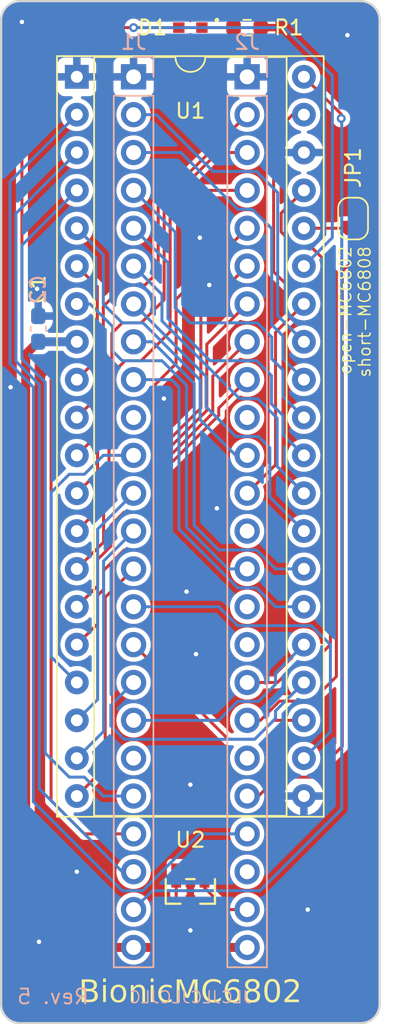
<source format=kicad_pcb>
(kicad_pcb (version 20221018) (generator pcbnew)
  (title_block (title "BionicMC6802") (date "2024-12-04") (rev "5") (company "Tadashi G. Takaoka"))
  (layers (0 "F.Cu" signal) (31 "B.Cu" signal) (34 "B.Paste" user) (35 "F.Paste" user) (36 "B.SilkS" user "B.Silkscreen") (37 "F.SilkS" user "F.Silkscreen") (38 "B.Mask" user) (39 "F.Mask" user) (44 "Edge.Cuts" user))
  (net 0 "")
  (net 1 "VCC")
  (net 2 "GND")
  (net 3 "/P53")
  (net 4 "/P26")
  (net 5 "/P27")
  (net 6 "/P47")
  (net 7 "/P46")
  (net 8 "/P25")
  (net 9 "/P24")
  (net 10 "/P23")
  (net 11 "/P22")
  (net 12 "/P21")
  (net 13 "/P20")
  (net 14 "/P34")
  (net 15 "/P35")
  (net 16 "/P17")
  (net 17 "/P36")
  (net 18 "/P16")
  (net 19 "/P15")
  (net 20 "/P40")
  (net 21 "/P14")
  (net 22 "/P41")
  (net 23 "/P13")
  (net 24 "Net-(D1-K)")
  (net 25 "/P12")
  (net 26 "/P11")
  (net 27 "/P10")
  (net 29 "/P33")
  (net 30 "/P32")
  (net 31 "/P31")
  (net 32 "/P30")
  (net 33 "/P51")
  (net 34 "/P55")
  (net 35 "/P43")
  (net 36 "/P37")
  (net 37 "/P50")
  (net 38 "/P52")
  (net 40 "Net-(J2-P57)")
  (net 42 "/P54")
  (footprint "0-LocalLibrary:DIP-40_W15.24mm_Socket" (layer "F.Cu") (at 106.08 75.08)
    (fp_text reference "U1" (at 7.62 2.286) (layer "F.SilkS"))
    (fp_text value "MC6802P")
    (fp_line (start -1.33 -1.39) (end -1.33 49.65) (stroke (width 0.12)) (layer "F.SilkS"))
    (fp_line (start -1.33 49.65) (end 16.57 49.65) (stroke (width 0.12)) (layer "F.SilkS"))
    (fp_line (start 1.16 -1.33) (end 1.16 49.59) (stroke (width 0.12)) (layer "F.SilkS"))
    (fp_line (start 1.16 49.59) (end 14.08 49.59) (stroke (width 0.12)) (layer "F.SilkS"))
    (fp_line (start 6.62 -1.33) (end 1.16 -1.33) (stroke (width 0.12)) (layer "F.SilkS"))
    (fp_line (start 14.08 -1.33) (end 8.62 -1.33) (stroke (width 0.12)) (layer "F.SilkS"))
    (fp_line (start 14.08 49.59) (end 14.08 -1.33) (stroke (width 0.12)) (layer "F.SilkS"))
    (fp_line (start 16.57 -1.39) (end -1.33 -1.39) (stroke (width 0.12)) (layer "F.SilkS"))
    (fp_line (start 16.57 49.65) (end 16.57 -1.39) (stroke (width 0.12)) (layer "F.SilkS"))
    (fp_arc (start 8.62 -1.33) (mid 7.62 -0.33) (end 6.62 -1.33) (stroke (width 0.12)) (layer "F.SilkS"))
    (pad "1" thru_hole rect locked (at 0 0) (size 1.6 1.6) (drill 0.8) (layers "*.Cu" "*.Mask") (net 2 "GND"))
    (pad "2" thru_hole oval locked (at 0 2.54) (size 1.6 1.6) (drill 0.8) (layers "*.Cu" "*.Mask") (net 34 "/P55"))
    (pad "3" thru_hole oval locked (at 0 5.08) (size 1.6 1.6) (drill 0.8) (layers "*.Cu" "*.Mask") (net 38 "/P52"))
    (pad "4" thru_hole oval locked (at 0 7.62) (size 1.6 1.6) (drill 0.8) (layers "*.Cu" "*.Mask") (net 37 "/P50"))
    (pad "5" thru_hole oval locked (at 0 10.16) (size 1.6 1.6) (drill 0.8) (layers "*.Cu" "*.Mask") (net 20 "/P40"))
    (pad "6" thru_hole oval locked (at 0 12.7) (size 1.6 1.6) (drill 0.8) (layers "*.Cu" "*.Mask") (net 33 "/P51"))
    (pad "7" thru_hole oval locked (at 0 15.24) (size 1.6 1.6) (drill 0.8) (layers "*.Cu" "*.Mask") (net 35 "/P43"))
    (pad "8" thru_hole oval locked (at 0 17.78) (size 1.6 1.6) (drill 0.8) (layers "*.Cu" "*.Mask") (net 1 "VCC"))
    (pad "9" thru_hole oval locked (at 0 20.32) (size 1.6 1.6) (drill 0.8) (layers "*.Cu" "*.Mask") (net 13 "/P20"))
    (pad "10" thru_hole oval locked (at 0 22.86) (size 1.6 1.6) (drill 0.8) (layers "*.Cu" "*.Mask") (net 12 "/P21"))
    (pad "11" thru_hole oval locked (at 0 25.4) (size 1.6 1.6) (drill 0.8) (layers "*.Cu" "*.Mask") (net 11 "/P22"))
    (pad "12" thru_hole oval locked (at 0 27.94) (size 1.6 1.6) (drill 0.8) (layers "*.Cu" "*.Mask") (net 10 "/P23"))
    (pad "13" thru_hole oval locked (at 0 30.48) (size 1.6 1.6) (drill 0.8) (layers "*.Cu" "*.Mask") (net 9 "/P24"))
    (pad "14" thru_hole oval locked (at 0 33.02) (size 1.6 1.6) (drill 0.8) (layers "*.Cu" "*.Mask") (net 8 "/P25"))
    (pad "15" thru_hole oval locked (at 0 35.56) (size 1.6 1.6) (drill 0.8) (layers "*.Cu" "*.Mask") (net 4 "/P26"))
    (pad "16" thru_hole oval locked (at 0 38.1) (size 1.6 1.6) (drill 0.8) (layers "*.Cu" "*.Mask") (net 5 "/P27"))
    (pad "17" thru_hole oval locked (at 0 40.64) (size 1.6 1.6) (drill 0.8) (layers "*.Cu" "*.Mask") (net 32 "/P30"))
    (pad "18" thru_hole oval locked (at 0 43.18) (size 1.6 1.6) (drill 0.8) (layers "*.Cu" "*.Mask") (net 31 "/P31"))
    (pad "19" thru_hole oval locked (at 0 45.72) (size 1.6 1.6) (drill 0.8) (layers "*.Cu" "*.Mask") (net 30 "/P32"))
    (pad "20" thru_hole oval locked (at 0 48.26) (size 1.6 1.6) (drill 0.8) (layers "*.Cu" "*.Mask") (net 29 "/P33"))
    (pad "21" thru_hole oval locked (at 15.24 48.26) (size 1.6 1.6) (drill 0.8) (layers "*.Cu" "*.Mask") (net 2 "GND"))
    (pad "22" thru_hole oval locked (at 15.24 45.72) (size 1.6 1.6) (drill 0.8) (layers "*.Cu" "*.Mask") (net 14 "/P34"))
    (pad "23" thru_hole oval locked (at 15.24 43.18) (size 1.6 1.6) (drill 0.8) (layers "*.Cu" "*.Mask") (net 15 "/P35"))
    (pad "24" thru_hole oval locked (at 15.24 40.64) (size 1.6 1.6) (drill 0.8) (layers "*.Cu" "*.Mask") (net 17 "/P36"))
    (pad "25" thru_hole oval locked (at 15.24 38.1) (size 1.6 1.6) (drill 0.8) (layers "*.Cu" "*.Mask") (net 36 "/P37"))
    (pad "26" thru_hole oval locked (at 15.24 35.56) (size 1.6 1.6) (drill 0.8) (layers "*.Cu" "*.Mask") (net 16 "/P17"))
    (pad "27" thru_hole oval locked (at 15.24 33.02) (size 1.6 1.6) (drill 0.8) (layers "*.Cu" "*.Mask") (net 18 "/P16"))
    (pad "28" thru_hole oval locked (at 15.24 30.48) (size 1.6 1.6) (drill 0.8) (layers "*.Cu" "*.Mask") (net 19 "/P15"))
    (pad "29" thru_hole oval locked (at 15.24 27.94) (size 1.6 1.6) (drill 0.8) (layers "*.Cu" "*.Mask") (net 21 "/P14"))
    (pad "30" thru_hole oval locked (at 15.24 25.4) (size 1.6 1.6) (drill 0.8) (layers "*.Cu" "*.Mask") (net 23 "/P13"))
    (pad "31" thru_hole oval locked (at 15.24 22.86) (size 1.6 1.6) (drill 0.8) (layers "*.Cu" "*.Mask") (net 25 "/P12"))
    (pad "32" thru_hole oval locked (at 15.24 20.32) (size 1.6 1.6) (drill 0.8) (layers "*.Cu" "*.Mask") (net 26 "/P11"))
    (pad "33" thru_hole oval locked (at 15.24 17.78) (size 1.6 1.6) (drill 0.8) (layers "*.Cu" "*.Mask") (net 27 "/P10"))
    (pad "34" thru_hole oval locked (at 15.24 15.24) (size 1.6 1.6) (drill 0.8) (layers "*.Cu" "*.Mask") (net 22 "/P41"))
    (pad "35" thru_hole oval locked (at 15.24 12.7) (size 1.6 1.6) (drill 0.8) (layers "*.Cu" "*.Mask") (net 1 "VCC"))
    (pad "36" thru_hole oval locked (at 15.24 10.16) (size 1.6 1.6) (drill 0.8) (layers "*.Cu" "*.Mask") (net 42 "/P54"))
    (pad "37" thru_hole oval locked (at 15.24 7.62) (size 1.6 1.6) (drill 0.8) (layers "*.Cu" "*.Mask") (net 6 "/P47"))
    (pad "38" thru_hole oval locked (at 15.24 5.08) (size 1.6 1.6) (drill 0.8) (layers "*.Cu" "*.Mask") (net 2 "GND"))
    (pad "39" thru_hole oval locked (at 15.24 2.54) (size 1.6 1.6) (drill 0.8) (layers "*.Cu" "*.Mask") (net 7 "/P46"))
    (pad "40" thru_hole oval locked (at 15.24 0) (size 1.6 1.6) (drill 0.8) (layers "*.Cu" "*.Mask") (net 3 "/P53"))
  )
  (footprint "Capacitor_SMD:C_0603_1608Metric_Pad1.08x0.95mm_HandSolder" (layer "F.Cu") (at 103.4892 91.9975 90)
    (fp_text reference "C1" (at 2.6405 -0.03 90) (layer "F.SilkS"))
    (fp_text value "0.1u")
    (fp_line (start -0.146267 -0.51) (end 0.146267 -0.51) (stroke (width 0.12)) (layer "F.SilkS"))
    (fp_line (start -0.146267 0.51) (end 0.146267 0.51) (stroke (width 0.12)) (layer "F.SilkS"))
    (pad "1" smd roundrect (at -0.8625 0 90) (size 1.075 0.95) (layers "F.Cu" "F.Paste" "F.Mask") (net 1 "VCC"))
    (pad "2" smd roundrect (at 0.8625 0 90) (size 1.075 0.95) (layers "F.Cu" "F.Paste" "F.Mask") (net 2 "GND"))
  )
  (footprint "0-LocalLibrary:SOT-23_MC_MCH-M" (layer "F.Cu") (at 113.7 129.74 180)
    (fp_text reference "U2" (at 0 3.4544 unlocked) (layer "F.SilkS"))
    (fp_text value "11AA010-I/TT")
    (fp_line (start -1.652 -0.827) (end -1.652 0.827) (stroke (width 0.1524)) (layer "F.SilkS"))
    (fp_line (start -0.66294 -0.827) (end -1.652 -0.827) (stroke (width 0.1524)) (layer "F.SilkS"))
    (fp_line (start -0.287061 0.827) (end 0.287061 0.827) (stroke (width 0.1524)) (layer "F.SilkS"))
    (fp_line (start 1.652 -0.827) (end 0.66294 -0.827) (stroke (width 0.1524)) (layer "F.SilkS"))
    (fp_line (start 1.652 0.827) (end 1.652 -0.827) (stroke (width 0.1524)) (layer "F.SilkS"))
    (pad "1" smd rect (at -0.950001 1.066 180) (size 0.6604 1.6256) (layers "F.Cu" "F.Paste" "F.Mask") (net 40 "Net-(J2-P57)"))
    (pad "2" smd rect (at 0.950001 1.066 180) (size 0.6604 1.6256) (layers "F.Cu" "F.Paste" "F.Mask") (net 1 "VCC"))
    (pad "3" smd rect (at 0 -1.066 180) (size 0.6604 1.6256) (layers "F.Cu" "F.Paste" "F.Mask") (net 2 "GND"))
  )
  (footprint "Resistor_SMD:R_0603_1608Metric_Pad0.98x0.95mm_HandSolder" (layer "F.Cu") (at 117.51 71.778)
    (fp_text reference "R1" (at 2.794 0) (layer "F.SilkS"))
    (fp_text value "1.6k")
    (fp_line (start -0.254724 -0.5225) (end 0.254724 -0.5225) (stroke (width 0.12)) (layer "F.SilkS"))
    (fp_line (start -0.254724 0.5225) (end 0.254724 0.5225) (stroke (width 0.12)) (layer "F.SilkS"))
    (pad "1" smd roundrect (at -0.9125 0) (size 0.975 0.95) (layers "F.Cu" "F.Paste" "F.Mask") (net 24 "Net-(D1-K)"))
    (pad "2" smd roundrect (at 0.9125 0) (size 0.975 0.95) (layers "F.Cu" "F.Paste" "F.Mask") (net 2 "GND"))
  )
  (footprint "0-LocalLibrary:SolderJumper-2_P1.3mm_Open_RoundedPad1.0x1.5mm" (layer "F.Cu") (at 124.622 84.59 90)
    (fp_text reference "JP1" (at 3.414 0 90) (layer "F.SilkS"))
    (fp_text value "RAM_disable")
    (fp_line (start -1.4 0.3) (end -1.4 -0.3) (stroke (width 0.12)) (layer "F.SilkS"))
    (fp_line (start -0.7 -1) (end 0.7 -1) (stroke (width 0.12)) (layer "F.SilkS"))
    (fp_line (start 0.7 1) (end -0.7 1) (stroke (width 0.12)) (layer "F.SilkS"))
    (fp_line (start 1.4 -0.3) (end 1.4 0.3) (stroke (width 0.12)) (layer "F.SilkS"))
    (fp_arc (start -1.4 -0.3) (mid -1.194975 -0.794975) (end -0.7 -1) (stroke (width 0.12)) (layer "F.SilkS"))
    (fp_arc (start -0.7 1) (mid -1.194975 0.794975) (end -1.4 0.3) (stroke (width 0.12)) (layer "F.SilkS"))
    (fp_arc (start 0.7 -1) (mid 1.194975 -0.794975) (end 1.4 -0.3) (stroke (width 0.12)) (layer "F.SilkS"))
    (fp_arc (start 1.4 0.3) (mid 1.194975 0.794975) (end 0.7 1) (stroke (width 0.12)) (layer "F.SilkS"))
    (pad "1" smd custom (at -0.65 0 90) (size 1 0.5) (layers "F.Cu" "F.Mask") (net 42 "/P54") (options (clearance outline) (anchor rect)) (primitives (gr_circle (center 0 0.25) (end 0.5 0.25) (width 0) (fill yes)) (gr_circle (center 0 -0.25) (end 0.5 -0.25) (width 0) (fill yes)) (gr_poly (pts (xy 0.5 0.75) (xy 0 0.75) (xy 0 -0.75) (xy 0.5 -0.75)) (width 0) (fill yes))))
    (pad "2" smd custom (at 0.65 0 90) (size 1 0.5) (layers "F.Cu" "F.Mask") (net 2 "GND") (options (clearance outline) (anchor rect)) (primitives (gr_circle (center 0 0.25) (end 0.5 0.25) (width 0) (fill yes)) (gr_circle (center 0 -0.25) (end 0.5 -0.25) (width 0) (fill yes)) (gr_poly (pts (xy 0 0.75) (xy -0.5 0.75) (xy -0.5 -0.75) (xy 0 -0.75)) (width 0) (fill yes))))
  )
  (footprint "0-LocalLibrary:LED_CSL1901UW1_ROM" (layer "F.Cu") (at 113.7 71.778 180)
    (fp_text reference "D1" (at 2.54 0 unlocked) (layer "F.SilkS"))
    (fp_text value "CSL1901UW1")
    (fp_circle (center -1.778 0.508) (end -1.7018 0.508) (stroke (width 0.1524)) (fill none) (layer "F.SilkS"))
    (pad "1" smd rect (at -0.7747 0 180) (size 0.762 0.7112) (layers "F.Cu" "F.Paste" "F.Mask") (net 24 "Net-(D1-K)"))
    (pad "2" smd rect (at 0.7747 0 180) (size 0.762 0.7112) (layers "F.Cu" "F.Paste" "F.Mask") (net 1 "VCC"))
    (zone (net 0) (net_name "") (layer "F.Cu") (connect_pads (clearance 0)) (min_thickness 0.254)
      (keepout (tracks not_allowed) (vias not_allowed) (pads allowed) (copperpour not_allowed) (footprints allowed))
      (fill (thermal_gap 0.508) (thermal_bridge_width 0.508))
      (polygon (pts (xy 114.0429 72.1336) (xy 113.3571 72.1336) (xy 113.3571 71.4224) (xy 114.0429 71.4224)))
    )
  )
  (footprint "Capacitor_SMD:C_0603_1608Metric_Pad1.08x0.95mm_HandSolder" (layer "B.Cu") (at 103.4892 91.9953 90)
    (fp_text reference "C2" (at 2.6405 0 90) (layer "B.SilkS") (effects (justify mirror)))
    (fp_text value "22u")
    (fp_line (start -0.146267 -0.51) (end 0.146267 -0.51) (stroke (width 0.12)) (layer "B.SilkS"))
    (fp_line (start -0.146267 0.51) (end 0.146267 0.51) (stroke (width 0.12)) (layer "B.SilkS"))
    (pad "1" smd roundrect (at -0.8625 0 90) (size 1.075 0.95) (layers "B.Cu" "B.Paste" "B.Mask") (net 1 "VCC"))
    (pad "2" smd roundrect (at 0.8625 0 90) (size 1.075 0.95) (layers "B.Cu" "B.Paste" "B.Mask") (net 2 "GND"))
  )
  (footprint "0-LocalLibrary:Bionic-P245_Vertical" (layer "B.Cu") (at 117.51 75.08 180)
    (fp_text reference "J2" (at 0 2.33) (layer "B.SilkS") (effects (justify mirror)))
    (fp_text value "Bionic-P245")
    (fp_line (start -1.33 -59.75) (end 1.33 -59.75) (stroke (width 0.12)) (layer "B.SilkS"))
    (fp_line (start -1.33 -1.27) (end -1.33 -59.75) (stroke (width 0.12)) (layer "B.SilkS"))
    (fp_line (start -1.33 -1.27) (end 1.33 -1.27) (stroke (width 0.12)) (layer "B.SilkS"))
    (fp_line (start -1.33 0) (end -1.33 1.33) (stroke (width 0.12)) (layer "B.SilkS"))
    (fp_line (start -1.33 1.33) (end 0 1.33) (stroke (width 0.12)) (layer "B.SilkS"))
    (fp_line (start 1.33 -1.27) (end 1.33 -59.75) (stroke (width 0.12)) (layer "B.SilkS"))
    (pad "25" thru_hole oval locked (at 0 -58.42 180) (size 1.7 1.7) (drill 1) (layers "*.Cu" "*.Mask") (net 1 "VCC"))
    (pad "26" thru_hole oval locked (at 0 -55.88 180) (size 1.7 1.7) (drill 1) (layers "*.Cu" "*.Mask") (net 40 "Net-(J2-P57)"))
    (pad "27" thru_hole oval locked (at 0 -53.34 180) (size 1.7 1.7) (drill 1) (layers "*.Cu" "*.Mask"))
    (pad "28" thru_hole oval locked (at 0 -50.8 180) (size 1.7 1.7) (drill 1) (layers "*.Cu" "*.Mask") (net 34 "/P55"))
    (pad "29" thru_hole oval locked (at 0 -48.26 180) (size 1.7 1.7) (drill 1) (layers "*.Cu" "*.Mask") (net 42 "/P54"))
    (pad "30" thru_hole oval locked (at 0 -45.72 180) (size 1.7 1.7) (drill 1) (layers "*.Cu" "*.Mask"))
    (pad "31" thru_hole oval locked (at 0 -43.18 180) (size 1.7 1.7) (drill 1) (layers "*.Cu" "*.Mask") (net 6 "/P47"))
    (pad "32" thru_hole oval locked (at 0 -40.64 180) (size 1.7 1.7) (drill 1) (layers "*.Cu" "*.Mask") (net 7 "/P46"))
    (pad "33" thru_hole oval locked (at 0 -38.1 180) (size 1.7 1.7) (drill 1) (layers "*.Cu" "*.Mask"))
    (pad "34" thru_hole oval locked (at 0 -35.56 180) (size 1.7 1.7) (drill 1) (layers "*.Cu" "*.Mask"))
    (pad "35" thru_hole oval locked (at 0 -33.02 180) (size 1.7 1.7) (drill 1) (layers "*.Cu" "*.Mask") (net 35 "/P43"))
    (pad "36" thru_hole oval locked (at 0 -30.48 180) (size 1.7 1.7) (drill 1) (layers "*.Cu" "*.Mask"))
    (pad "37" thru_hole oval locked (at 0 -27.94 180) (size 1.7 1.7) (drill 1) (layers "*.Cu" "*.Mask") (net 22 "/P41"))
    (pad "38" thru_hole oval locked (at 0 -25.4 180) (size 1.7 1.7) (drill 1) (layers "*.Cu" "*.Mask") (net 20 "/P40"))
    (pad "39" thru_hole oval locked (at 0 -22.86 180) (size 1.7 1.7) (drill 1) (layers "*.Cu" "*.Mask"))
    (pad "40" thru_hole oval locked (at 0 -20.32 180) (size 1.7 1.7) (drill 1) (layers "*.Cu" "*.Mask") (net 5 "/P27"))
    (pad "41" thru_hole oval locked (at 0 -17.78 180) (size 1.7 1.7) (drill 1) (layers "*.Cu" "*.Mask") (net 4 "/P26"))
    (pad "42" thru_hole oval locked (at 0 -15.24 180) (size 1.7 1.7) (drill 1) (layers "*.Cu" "*.Mask") (net 8 "/P25"))
    (pad "43" thru_hole oval locked (at 0 -12.7 180) (size 1.7 1.7) (drill 1) (layers "*.Cu" "*.Mask") (net 9 "/P24"))
    (pad "44" thru_hole oval locked (at 0 -10.16 180) (size 1.7 1.7) (drill 1) (layers "*.Cu" "*.Mask") (net 10 "/P23"))
    (pad "45" thru_hole oval locked (at 0 -7.62 180) (size 1.7 1.7) (drill 1) (layers "*.Cu" "*.Mask") (net 11 "/P22"))
    (pad "46" thru_hole oval locked (at 0 -5.08 180) (size 1.7 1.7) (drill 1) (layers "*.Cu" "*.Mask") (net 12 "/P21"))
    (pad "47" thru_hole oval locked (at 0 -2.54 180) (size 1.7 1.7) (drill 1) (layers "*.Cu" "*.Mask") (net 13 "/P20"))
    (pad "48" thru_hole rect locked (at 0 0 180) (size 1.7 1.7) (drill 1) (layers "*.Cu" "*.Mask") (net 2 "GND"))
  )
  (footprint "0-LocalLibrary:Bionic-P135_Vertical" (layer "B.Cu") (at 109.89 75.08 180)
    (fp_text reference "J1" (at 0 2.33) (layer "B.SilkS") (effects (justify mirror)))
    (fp_text value "Bionic-P135")
    (fp_line (start -1.33 -59.75) (end 1.33 -59.75) (stroke (width 0.12)) (layer "B.SilkS"))
    (fp_line (start -1.33 -1.27) (end -1.33 -59.75) (stroke (width 0.12)) (layer "B.SilkS"))
    (fp_line (start -1.33 -1.27) (end 1.33 -1.27) (stroke (width 0.12)) (layer "B.SilkS"))
    (fp_line (start -1.33 0) (end -1.33 1.33) (stroke (width 0.12)) (layer "B.SilkS"))
    (fp_line (start -1.33 1.33) (end 0 1.33) (stroke (width 0.12)) (layer "B.SilkS"))
    (fp_line (start 1.33 -1.27) (end 1.33 -59.75) (stroke (width 0.12)) (layer "B.SilkS"))
    (pad "1" thru_hole rect locked (at 0 0 180) (size 1.7 1.7) (drill 1) (layers "*.Cu" "*.Mask") (net 2 "GND"))
    (pad "2" thru_hole oval locked (at 0 -2.54 180) (size 1.7 1.7) (drill 1) (layers "*.Cu" "*.Mask") (net 27 "/P10"))
    (pad "3" thru_hole oval locked (at 0 -5.08 180) (size 1.7 1.7) (drill 1) (layers "*.Cu" "*.Mask") (net 26 "/P11"))
    (pad "4" thru_hole oval locked (at 0 -7.62 180) (size 1.7 1.7) (drill 1) (layers "*.Cu" "*.Mask") (net 25 "/P12"))
    (pad "5" thru_hole oval locked (at 0 -10.16 180) (size 1.7 1.7) (drill 1) (layers "*.Cu" "*.Mask") (net 23 "/P13"))
    (pad "6" thru_hole oval locked (at 0 -12.7 180) (size 1.7 1.7) (drill 1) (layers "*.Cu" "*.Mask") (net 21 "/P14"))
    (pad "7" thru_hole oval locked (at 0 -15.24 180) (size 1.7 1.7) (drill 1) (layers "*.Cu" "*.Mask") (net 19 "/P15"))
    (pad "8" thru_hole oval locked (at 0 -17.78 180) (size 1.7 1.7) (drill 1) (layers "*.Cu" "*.Mask") (net 18 "/P16"))
    (pad "9" thru_hole oval locked (at 0 -20.32 180) (size 1.7 1.7) (drill 1) (layers "*.Cu" "*.Mask") (net 16 "/P17"))
    (pad "10" thru_hole oval locked (at 0 -22.86 180) (size 1.7 1.7) (drill 1) (layers "*.Cu" "*.Mask"))
    (pad "11" thru_hole oval locked (at 0 -25.4 180) (size 1.7 1.7) (drill 1) (layers "*.Cu" "*.Mask") (net 32 "/P30"))
    (pad "12" thru_hole oval locked (at 0 -27.94 180) (size 1.7 1.7) (drill 1) (layers "*.Cu" "*.Mask") (net 31 "/P31"))
    (pad "13" thru_hole oval locked (at 0 -30.48 180) (size 1.7 1.7) (drill 1) (layers "*.Cu" "*.Mask") (net 30 "/P32"))
    (pad "14" thru_hole oval locked (at 0 -33.02 180) (size 1.7 1.7) (drill 1) (layers "*.Cu" "*.Mask") (net 29 "/P33"))
    (pad "15" thru_hole oval locked (at 0 -35.56 180) (size 1.7 1.7) (drill 1) (layers "*.Cu" "*.Mask") (net 14 "/P34"))
    (pad "16" thru_hole oval locked (at 0 -38.1 180) (size 1.7 1.7) (drill 1) (layers "*.Cu" "*.Mask") (net 15 "/P35"))
    (pad "17" thru_hole oval locked (at 0 -40.64 180) (size 1.7 1.7) (drill 1) (layers "*.Cu" "*.Mask") (net 17 "/P36"))
    (pad "18" thru_hole oval locked (at 0 -43.18 180) (size 1.7 1.7) (drill 1) (layers "*.Cu" "*.Mask") (net 36 "/P37"))
    (pad "19" thru_hole oval locked (at 0 -45.72 180) (size 1.7 1.7) (drill 1) (layers "*.Cu" "*.Mask"))
    (pad "20" thru_hole oval locked (at 0 -48.26 180) (size 1.7 1.7) (drill 1) (layers "*.Cu" "*.Mask") (net 37 "/P50"))
    (pad "21" thru_hole oval locked (at 0 -50.8 180) (size 1.7 1.7) (drill 1) (layers "*.Cu" "*.Mask") (net 33 "/P51"))
    (pad "22" thru_hole oval locked (at 0 -53.34 180) (size 1.7 1.7) (drill 1) (layers "*.Cu" "*.Mask") (net 38 "/P52"))
    (pad "23" thru_hole oval locked (at 0 -55.88 180) (size 1.7 1.7) (drill 1) (layers "*.Cu" "*.Mask") (net 3 "/P53"))
    (pad "24" thru_hole oval locked (at 0 -58.42 180) (size 1.7 1.7) (drill 1) (layers "*.Cu" "*.Mask") (net 1 "VCC"))
  )
  (gr_line (start 126.4 137.31) (end 126.4 71.27) (stroke (width 0.15)) (layer "Edge.Cuts"))
  (gr_line (start 102.27 138.58) (end 125.13 138.58) (stroke (width 0.15)) (layer "Edge.Cuts"))
  (gr_arc (start 101 71.27) (mid 101.371974 70.371974) (end 102.27 70) (stroke (width 0.15)) (layer "Edge.Cuts"))
  (gr_line (start 125.13 70) (end 102.27 70) (stroke (width 0.15)) (layer "Edge.Cuts"))
  (gr_arc (start 125.13 70) (mid 126.028026 70.371974) (end 126.4 71.27) (stroke (width 0.15)) (layer "Edge.Cuts"))
  (gr_arc (start 126.4 137.31) (mid 126.028026 138.208026) (end 125.13 138.58) (stroke (width 0.15)) (layer "Edge.Cuts"))
  (gr_line (start 101 71.27) (end 101 137.31) (stroke (width 0.15)) (layer "Edge.Cuts"))
  (gr_arc (start 102.27 138.58) (mid 101.371974 138.208026) (end 101 137.31) (stroke (width 0.15)) (layer "Edge.Cuts"))
  (gr_text "JLCJLCJLCJLC" (at 113.7 137.31) (layer "B.SilkS") (effects (font (size 0.8 0.8)) (justify bottom mirror)))
  (gr_text "Rev. 5" (at 106.969 136.802) (layer "B.SilkS") (effects (font (size 1 1)) (justify left mirror)))
  (gr_text "BionicMC6802" (at 113.7 136.548) (layer "F.SilkS") (effects (font (size 1.5 1.5))))
  (gr_text "open-MC6802\nshort-MC6808" (at 124.749 86.383 90) (layer "F.SilkS") (effects (font (size 0.8 0.8) (thickness 0.1)) (justify right)))
  (segment (start 102.397 74.191) (end 104.81 71.778) (width 0.2) (layer "F.Cu") (net 1))
  (segment (start 103.487 92.86) (end 102.651 93.696) (width 0.6) (layer "F.Cu") (net 1))
  (segment (start 103.54 92.843) (end 103.54 92.7065) (width 0.2) (layer "F.Cu") (net 1))
  (segment (start 108.687919 133.5) (end 109.89 133.5) (width 0.6) (layer "F.Cu") (net 1))
  (segment (start 104.81 71.778) (end 112.9253 71.778) (width 0.2) (layer "F.Cu") (net 1))
  (segment (start 102.397 93.442) (end 102.397 74.191) (width 0.2) (layer "F.Cu") (net 1))
  (segment (start 112.749999 128.674) (end 112.749999 133.438999) (width 0.2) (layer "F.Cu") (net 1))
  (segment (start 103.4892 92.86) (end 103.487 92.86) (width 0.8) (layer "F.Cu") (net 1))
  (segment (start 117.51 133.5) (end 109.89 133.5) (width 0.6) (layer "F.Cu") (net 1))
  (segment (start 102.651 127.463081) (end 108.687919 133.5) (width 0.6) (layer "F.Cu") (net 1))
  (segment (start 102.651 93.696) (end 102.651 127.463081) (width 0.6) (layer "F.Cu") (net 1))
  (segment (start 103.557 92.86) (end 103.54 92.843) (width 0.2) (layer "F.Cu") (net 1))
  (segment (start 102.651 93.696) (end 102.397 93.442) (width 0.2) (layer "F.Cu") (net 1))
  (segment (start 106.08 92.86) (end 103.4892 92.86) (width 0.6) (layer "F.Cu") (net 1))
  (via (at 109.89 71.778) (size 0.6) (drill 0.3) (layers "F.Cu" "B.Cu") (net 1))
  (segment (start 120.002317 71.778) (end 116.24 71.778) (width 0.2) (layer "B.Cu") (net 1))
  (segment (start 106.08 92.86) (end 103.4914 92.86) (width 0.6) (layer "B.Cu") (net 1))
  (segment (start 116.462365 71.778) (end 109.89 71.778) (width 0.2) (layer "B.Cu") (net 1))
  (segment (start 121.32 87.78) (end 123.225 85.875) (width 0.2) (layer "B.Cu") (net 1))
  (segment (start 123.225 85.875) (end 123.225 75.000683) (width 0.2) (layer "B.Cu") (net 1))
  (segment (start 123.225 75.000683) (end 120.002317 71.778) (width 0.2) (layer "B.Cu") (net 1))
  (segment (start 103.4914 92.86) (end 103.4892 92.8578) (width 0.8) (layer "B.Cu") (net 1))
  (via (at 103.413 89.304) (size 0.6) (drill 0.3) (layers "F.Cu" "B.Cu") (net 2))
  (via (at 111.922 96.67) (size 0.6) (drill 0.3) (layers "F.Cu" "B.Cu") (net 2))
  (via (at 106.08 128.42) (size 0.6) (drill 0.3) (layers "F.Cu" "B.Cu") (net 2))
  (via (at 121.574 130.96) (size 0.6) (drill 0.3) (layers "F.Cu" "B.Cu") (net 2))
  (via (at 101.635 95.908) (size 0.6) (drill 0.3) (layers "F.Cu" "B.Cu") (net 2))
  (via (at 115.478 104.036) (size 0.6) (drill 0.3) (layers "F.Cu" "B.Cu") (net 2))
  (via (at 114.97 89.05) (size 0.6) (drill 0.3) (layers "F.Cu" "B.Cu") (net 2))
  (via (at 114.081 113.815) (size 0.6) (drill 0.3) (layers "F.Cu" "B.Cu") (net 2))
  (via (at 113.7 122.578) (size 0.6) (drill 0.3) (layers "F.Cu" "B.Cu") (net 2))
  (via (at 102.397 71.397) (size 0.6) (drill 0.3) (layers "F.Cu" "B.Cu") (net 2))
  (via (at 103.54 133.119) (size 0.6) (drill 0.3) (layers "F.Cu" "B.Cu") (net 2))
  (via (at 113.7 132.357) (size 0.6) (drill 0.3) (layers "F.Cu" "B.Cu") (net 2))
  (via (at 114.335 85.875) (size 0.6) (drill 0.3) (layers "F.Cu" "B.Cu") (net 2))
  (via (at 124.241 72.286) (size 0.6) (drill 0.3) (layers "F.Cu" "B.Cu") (net 2))
  (via (at 113.446 109.624) (size 0.6) (drill 0.3) (layers "F.Cu" "B.Cu") (net 2))
  (segment (start 121.32 80.16) (end 119.288 80.16) (width 0.2) (layer "B.Cu") (net 2))
  (segment (start 121.32 80.16) (end 122.717 80.16) (width 0.2) (layer "B.Cu") (net 2))
  (segment (start 123.825 77.874) (end 123.825 77.585) (width 0.2) (layer "F.Cu") (net 3))
  (segment (start 123.825 77.585) (end 121.32 75.08) (width 0.2) (layer "F.Cu") (net 3))
  (via (at 123.825 77.874) (size 0.6) (drill 0.3) (layers "F.Cu" "B.Cu") (net 3))
  (segment (start 118.3736 129.69) (end 111.16 129.69) (width 0.2) (layer "B.Cu") (net 3))
  (segment (start 123.825 77.874) (end 123.86 77.909) (width 0.2) (layer "B.Cu") (net 3))
  (segment (start 111.16 129.69) (end 109.89 130.96) (width 0.2) (layer "B.Cu") (net 3))
  (segment (start 123.86 124.2036) (end 118.3736 129.69) (width 0.2) (layer "B.Cu") (net 3))
  (segment (start 123.86 77.909) (end 123.86 124.2036) (width 0.2) (layer "B.Cu") (net 3))
  (segment (start 110.525 104.29) (end 111.522 103.293) (width 0.2) (layer "F.Cu") (net 4))
  (segment (start 109.255 104.29) (end 110.525 104.29) (width 0.2) (layer "F.Cu") (net 4))
  (segment (start 108.366 105.179) (end 109.255 104.29) (width 0.2) (layer "F.Cu") (net 4))
  (segment (start 111.522 101.318686) (end 115.205 97.635686) (width 0.2) (layer "F.Cu") (net 4))
  (segment (start 107.477 109.243) (end 107.477 107.465) (width 0.2) (layer "F.Cu") (net 4))
  (segment (start 115.205 95.165) (end 117.51 92.86) (width 0.2) (layer "F.Cu") (net 4))
  (segment (start 106.08 110.64) (end 107.477 109.243) (width 0.2) (layer "F.Cu") (net 4))
  (segment (start 108.366 106.576) (end 108.366 105.179) (width 0.2) (layer "F.Cu") (net 4))
  (segment (start 115.205 97.635686) (end 115.205 95.165) (width 0.2) (layer "F.Cu") (net 4))
  (segment (start 107.477 107.465) (end 108.366 106.576) (width 0.2) (layer "F.Cu") (net 4))
  (segment (start 111.522 103.293) (end 111.522 101.318686) (width 0.2) (layer "F.Cu") (net 4))
  (segment (start 111.922 101.484371) (end 115.605 97.801371) (width 0.2) (layer "F.Cu") (net 5))
  (segment (start 115.605 97.305) (end 117.51 95.4) (width 0.2) (layer "F.Cu") (net 5))
  (segment (start 109.255 106.83) (end 110.652 106.83) (width 0.2) (layer "F.Cu") (net 5))
  (segment (start 107.877 109.478) (end 107.877 108.208) (width 0.2) (layer "F.Cu") (net 5))
  (segment (start 107.477 109.878) (end 107.877 109.478) (width 0.2) (layer "F.Cu") (net 5))
  (segment (start 107.877 108.208) (end 109.255 106.83) (width 0.2) (layer "F.Cu") (net 5))
  (segment (start 115.605 97.801371) (end 115.605 97.305) (width 0.2) (layer "F.Cu") (net 5))
  (segment (start 107.477 111.783) (end 107.477 109.878) (width 0.2) (layer "F.Cu") (net 5))
  (segment (start 110.652 106.83) (end 111.922 105.56) (width 0.2) (layer "F.Cu") (net 5))
  (segment (start 111.922 105.56) (end 111.922 101.484371) (width 0.2) (layer "F.Cu") (net 5))
  (segment (start 106.08 113.18) (end 107.477 111.783) (width 0.2) (layer "F.Cu") (net 5))
  (segment (start 123.498 88.18) (end 121.828 86.51) (width 0.2) (layer "F.Cu") (net 6))
  (segment (start 117.51 118.26) (end 118.399 118.26) (width 0.2) (layer "F.Cu") (net 6))
  (segment (start 120.812 86.51) (end 119.796 85.494) (width 0.2) (layer "F.Cu") (net 6))
  (segment (start 121.847 116.971) (end 123.498 115.32) (width 0.2) (layer "F.Cu") (net 6))
  (segment (start 123.498 115.32) (end 123.498 88.18) (width 0.2) (layer "F.Cu") (net 6))
  (segment (start 119.796 85.494) (end 119.796 84.224) (width 0.2) (layer "F.Cu") (net 6))
  (segment (start 119.796 84.224) (end 121.32 82.7) (width 0.2) (layer "F.Cu") (net 6))
  (segment (start 118.399 118.26) (end 119.688 116.971) (width 0.2) (layer "F.Cu") (net 6))
  (segment (start 119.688 116.971) (end 121.847 116.971) (width 0.2) (layer "F.Cu") (net 6))
  (segment (start 121.828 86.51) (end 120.812 86.51) (width 0.2) (layer "F.Cu") (net 6))
  (segment (start 120.7485 114.5135) (end 119.542 115.72) (width 0.2) (layer "F.Cu") (net 7))
  (segment (start 120.177 89.05) (end 121.809 89.05) (width 0.2) (layer "F.Cu") (net 7))
  (segment (start 120.558 77.62) (end 119.288 78.89) (width 0.2) (layer "F.Cu") (net 7))
  (segment (start 121.7645 114.5135) (end 120.7485 114.5135) (width 0.2) (layer "F.Cu") (net 7))
  (segment (start 121.809 89.05) (end 123.098 90.339) (width 0.2) (layer "F.Cu") (net 7))
  (segment (start 123.098 113.18) (end 121.7645 114.5135) (width 0.2) (layer "F.Cu") (net 7))
  (segment (start 119.288 78.89) (end 119.288 88.161) (width 0.2) (layer "F.Cu") (net 7))
  (segment (start 119.288 88.161) (end 120.177 89.05) (width 0.2) (layer "F.Cu") (net 7))
  (segment (start 119.542 115.72) (end 117.51 115.72) (width 0.2) (layer "F.Cu") (net 7))
  (segment (start 121.32 77.62) (end 120.558 77.62) (width 0.2) (layer "F.Cu") (net 7))
  (segment (start 123.098 90.339) (end 123.098 113.18) (width 0.2) (layer "F.Cu") (net 7))
  (segment (start 106.08 108.1) (end 107.877 106.303) (width 0.2) (layer "F.Cu") (net 8))
  (segment (start 107.877 106.303) (end 107.877 103.128) (width 0.2) (layer "F.Cu") (net 8))
  (segment (start 107.877 103.128) (end 109.255 101.75) (width 0.2) (layer "F.Cu") (net 8))
  (segment (start 110.525 101.75) (end 114.805 97.47) (width 0.2) (layer "F.Cu") (net 8))
  (segment (start 114.805 93.025) (end 117.51 90.32) (width 0.2) (layer "F.Cu") (net 8))
  (segment (start 109.255 101.75) (end 110.525 101.75) (width 0.2) (layer "F.Cu") (net 8))
  (segment (start 114.805 97.47) (end 114.805 93.025) (width 0.2) (layer "F.Cu") (net 8))
  (segment (start 109.128 99.21) (end 108.239 100.099) (width 0.2) (layer "F.Cu") (net 9))
  (segment (start 107.477 104.163) (end 106.08 105.56) (width 0.2) (layer "F.Cu") (net 9))
  (segment (start 107.477 102.385) (end 107.477 104.163) (width 0.2) (layer "F.Cu") (net 9))
  (segment (start 108.239 100.099) (end 108.239 101.623) (width 0.2) (layer "F.Cu") (net 9))
  (segment (start 114.405 90.885) (end 114.405 97.304314) (width 0.2) (layer "F.Cu") (net 9))
  (segment (start 117.51 87.78) (end 114.405 90.885) (width 0.2) (layer "F.Cu") (net 9))
  (segment (start 112.499314 99.21) (end 109.128 99.21) (width 0.2) (layer "F.Cu") (net 9))
  (segment (start 108.239 101.623) (end 107.477 102.385) (width 0.2) (layer "F.Cu") (net 9))
  (segment (start 114.405 97.304314) (end 112.499314 99.21) (width 0.2) (layer "F.Cu") (net 9))
  (segment (start 107.477 101.623) (end 107.477 100.099) (width 0.2) (layer "F.Cu") (net 10))
  (segment (start 110.398 96.67) (end 112.741 94.327) (width 0.2) (layer "F.Cu") (net 10))
  (segment (start 108.366 97.686) (end 109.382 96.67) (width 0.2) (layer "F.Cu") (net 10))
  (segment (start 112.741 90.009) (end 117.51 85.24) (width 0.2) (layer "F.Cu") (net 10))
  (segment (start 108.366 99.21) (end 108.366 97.686) (width 0.2) (layer "F.Cu") (net 10))
  (segment (start 106.08 103.02) (end 107.477 101.623) (width 0.2) (layer "F.Cu") (net 10))
  (segment (start 107.477 100.099) (end 108.366 99.21) (width 0.2) (layer "F.Cu") (net 10))
  (segment (start 112.741 94.327) (end 112.741 90.009) (width 0.2) (layer "F.Cu") (net 10))
  (segment (start 109.382 96.67) (end 110.398 96.67) (width 0.2) (layer "F.Cu") (net 10))
  (segment (start 113.7 82.7) (end 117.51 82.7) (width 0.2) (layer "F.Cu") (net 11))
  (segment (start 110.398 94.13) (end 112.341 92.187) (width 0.2) (layer "F.Cu") (net 11))
  (segment (start 107.966 98.594) (end 107.966 95.4825) (width 0.2) (layer "F.Cu") (net 11))
  (segment (start 112.341 92.187) (end 112.341 84.059) (width 0.2) (layer "F.Cu") (net 11))
  (segment (start 112.341 84.059) (end 113.7 82.7) (width 0.2) (layer "F.Cu") (net 11))
  (segment (start 107.966 95.4825) (end 109.3185 94.13) (width 0.2) (layer "F.Cu") (net 11))
  (segment (start 106.08 100.48) (end 107.966 98.594) (width 0.2) (layer "F.Cu") (net 11))
  (segment (start 109.3185 94.13) (end 110.398 94.13) (width 0.2) (layer "F.Cu") (net 11))
  (segment (start 109.128 91.59) (end 108.4295 92.2885) (width 0.2) (layer "F.Cu") (net 12))
  (segment (start 111.941 83.754686) (end 111.941 90.047) (width 0.2) (layer "F.Cu") (net 12))
  (segment (start 117.51 80.16) (end 115.535686 80.16) (width 0.2) (layer "F.Cu") (net 12))
  (segment (start 108.4295 93.9395) (end 107.477 94.892) (width 0.2) (layer "F.Cu") (net 12))
  (segment (start 110.398 91.59) (end 109.128 91.59) (width 0.2) (layer "F.Cu") (net 12))
  (segment (start 108.4295 92.2885) (end 108.4295 93.9395) (width 0.2) (layer "F.Cu") (net 12))
  (segment (start 111.941 90.047) (end 110.398 91.59) (width 0.2) (layer "F.Cu") (net 12))
  (segment (start 107.477 94.892) (end 107.477 96.543) (width 0.2) (layer "F.Cu") (net 12))
  (segment (start 107.477 96.543) (end 106.08 97.94) (width 0.2) (layer "F.Cu") (net 12))
  (segment (start 115.535686 80.16) (end 111.941 83.754686) (width 0.2) (layer "F.Cu") (net 12))
  (segment (start 110.652 89.05) (end 111.541 88.161) (width 0.2) (layer "F.Cu") (net 13))
  (segment (start 107.858 93.622) (end 107.858 90.485654) (width 0.2) (layer "F.Cu") (net 13))
  (segment (start 111.541 88.161) (end 111.541 83.589) (width 0.2) (layer "F.Cu") (net 13))
  (segment (start 106.08 95.4) (end 107.858 93.622) (width 0.2) (layer "F.Cu") (net 13))
  (segment (start 111.541 83.589) (end 117.51 77.62) (width 0.2) (layer "F.Cu") (net 13))
  (segment (start 107.858 90.485654) (end 109.293654 89.05) (width 0.2) (layer "F.Cu") (net 13))
  (segment (start 109.293654 89.05) (end 110.652 89.05) (width 0.2) (layer "F.Cu") (net 13))
  (segment (start 123.098 113.18) (end 121.828 111.91) (width 0.2) (layer "B.Cu") (net 14))
  (segment (start 116.875 111.91) (end 115.605 110.64) (width 0.2) (layer "B.Cu") (net 14))
  (segment (start 121.828 111.91) (end 116.875 111.91) (width 0.2) (layer "B.Cu") (net 14))
  (segment (start 115.605 110.64) (end 109.89 110.64) (width 0.2) (layer "B.Cu") (net 14))
  (segment (start 121.32 120.8) (end 123.098 119.022) (width 0.2) (layer "B.Cu") (net 14))
  (segment (start 123.098 119.022) (end 123.098 113.18) (width 0.2) (layer "B.Cu") (net 14))
  (segment (start 118.018 119.53) (end 119.288 118.26) (width 0.2) (layer "F.Cu") (net 15))
  (segment (start 109.89 113.18) (end 116.24 119.53) (width 0.2) (layer "F.Cu") (net 15))
  (segment (start 116.24 119.53) (end 118.018 119.53) (width 0.2) (layer "F.Cu") (net 15))
  (segment (start 119.288 118.26) (end 121.32 118.26) (width 0.2) (layer "F.Cu") (net 15))
  (segment (start 112.43 95.4) (end 112.938 95.908) (width 0.2) (layer "B.Cu") (net 16))
  (segment (start 118.145 109.37) (end 119.415 110.64) (width 0.2) (layer "B.Cu") (net 16))
  (segment (start 109.89 95.4) (end 112.43 95.4) (width 0.2) (layer "B.Cu") (net 16))
  (segment (start 112.938 95.908) (end 112.938 105.433) (width 0.2) (layer "B.Cu") (net 16))
  (segment (start 112.938 105.433) (end 116.875 109.37) (width 0.2) (layer "B.Cu") (net 16))
  (segment (start 116.875 109.37) (end 118.145 109.37) (width 0.2) (layer "B.Cu") (net 16))
  (segment (start 119.415 110.64) (end 121.32 110.64) (width 0.2) (layer "B.Cu") (net 16))
  (segment (start 108.366 118.641) (end 109.255 119.53) (width 0.2) (layer "B.Cu") (net 17))
  (segment (start 119.415 118.133) (end 119.415 117.625) (width 0.2) (layer "B.Cu") (net 17))
  (segment (start 109.89 115.72) (end 108.366 117.244) (width 0.2) (layer "B.Cu") (net 17))
  (segment (start 108.366 117.244) (end 108.366 118.641) (width 0.2) (layer "B.Cu") (net 17))
  (segment (start 109.255 119.53) (end 118.018 119.53) (width 0.2) (layer "B.Cu") (net 17))
  (segment (start 118.018 119.53) (end 119.415 118.133) (width 0.2) (layer "B.Cu") (net 17))
  (segment (start 119.415 117.625) (end 121.32 115.72) (width 0.2) (layer "B.Cu") (net 17))
  (segment (start 113.954 105.179) (end 115.605 106.83) (width 0.2) (layer "B.Cu") (net 18))
  (segment (start 115.605 106.83) (end 118.145 106.83) (width 0.2) (layer "B.Cu") (net 18))
  (segment (start 111.16 92.86) (end 113.954 95.654) (width 0.2) (layer "B.Cu") (net 18))
  (segment (start 113.954 95.654) (end 113.954 105.179) (width 0.2) (layer "B.Cu") (net 18))
  (segment (start 118.145 106.83) (end 119.415 108.1) (width 0.2) (layer "B.Cu") (net 18))
  (segment (start 109.89 92.86) (end 111.16 92.86) (width 0.2) (layer "B.Cu") (net 18))
  (segment (start 119.415 108.1) (end 121.32 108.1) (width 0.2) (layer "B.Cu") (net 18))
  (segment (start 121.32 105.56) (end 119.034 103.274) (width 0.2) (layer "B.Cu") (net 19))
  (segment (start 116.7495 99.2115) (end 114.754 97.216) (width 0.2) (layer "B.Cu") (net 19))
  (segment (start 114.754 97.216) (end 114.754 95.184) (width 0.2) (layer "B.Cu") (net 19))
  (segment (start 119.034 99.972) (end 118.2735 99.2115) (width 0.2) (layer "B.Cu") (net 19))
  (segment (start 118.2735 99.2115) (end 116.7495 99.2115) (width 0.2) (layer "B.Cu") (net 19))
  (segment (start 119.034 103.274) (end 119.034 99.972) (width 0.2) (layer "B.Cu") (net 19))
  (segment (start 114.754 95.184) (end 109.89 90.32) (width 0.2) (layer "B.Cu") (net 19))
  (segment (start 117.51 100.48) (end 116.748 100.48) (width 0.2) (layer "B.Cu") (net 20))
  (segment (start 114.354 98.086) (end 114.354 95.419) (width 0.2) (layer "B.Cu") (net 20))
  (segment (start 116.748 100.48) (end 114.354 98.086) (width 0.2) (layer "B.Cu") (net 20))
  (segment (start 109.128 91.59) (end 107.858 90.32) (width 0.2) (layer "B.Cu") (net 20))
  (segment (start 107.858 90.32) (end 107.858 87.018) (width 0.2) (layer "B.Cu") (net 20))
  (segment (start 114.354 95.419) (end 110.525 91.59) (width 0.2) (layer "B.Cu") (net 20))
  (segment (start 110.525 91.59) (end 109.128 91.59) (width 0.2) (layer "B.Cu") (net 20))
  (segment (start 107.858 87.018) (end 106.08 85.24) (width 0.2) (layer "B.Cu") (net 20))
  (segment (start 111.795 91.463) (end 111.795 89.685) (width 0.2) (layer "B.Cu") (net 21))
  (segment (start 118.214314 96.67) (end 117.002 96.67) (width 0.2) (layer "B.Cu") (net 21))
  (segment (start 117.002 96.67) (end 111.795 91.463) (width 0.2) (layer "B.Cu") (net 21))
  (segment (start 119.523 97.978686) (end 118.214314 96.67) (width 0.2) (layer "B.Cu") (net 21))
  (segment (start 111.795 89.685) (end 109.89 87.78) (width 0.2) (layer "B.Cu") (net 21))
  (segment (start 121.32 103.02) (end 119.523 101.223) (width 0.2) (layer "B.Cu") (net 21))
  (segment (start 119.523 101.223) (end 119.523 97.978686) (width 0.2) (layer "B.Cu") (net 21))
  (segment (start 121.32 90.32) (end 119.415 92.225) (width 0.2) (layer "F.Cu") (net 22))
  (segment (start 119.415 92.225) (end 119.415 101.115) (width 0.2) (layer "F.Cu") (net 22))
  (segment (start 119.415 101.115) (end 117.51 103.02) (width 0.2) (layer "F.Cu") (net 22))
  (segment (start 119.142 97.032) (end 119.923 97.813) (width 0.2) (layer "B.Cu") (net 23))
  (segment (start 112.195 91.297314) (end 115.029186 94.1315) (width 0.2) (layer "B.Cu") (net 23))
  (segment (start 118.1465 94.1315) (end 119.142 95.127) (width 0.2) (layer "B.Cu") (net 23))
  (segment (start 119.923 99.083) (end 121.32 100.48) (width 0.2) (layer "B.Cu") (net 23))
  (segment (start 109.89 85.24) (end 112.195 87.545) (width 0.2) (layer "B.Cu") (net 23))
  (segment (start 119.923 97.813) (end 119.923 99.083) (width 0.2) (layer "B.Cu") (net 23))
  (segment (start 115.029186 94.1315) (end 118.1465 94.1315) (width 0.2) (layer "B.Cu") (net 23))
  (segment (start 112.195 87.545) (end 112.195 91.297314) (width 0.2) (layer "B.Cu") (net 23))
  (segment (start 119.142 95.127) (end 119.142 97.032) (width 0.2) (layer "B.Cu") (net 23))
  (segment (start 116.5975 71.778) (end 114.4747 71.778) (width 0.2) (layer "F.Cu") (net 24))
  (segment (start 112.684 90.574) (end 113.7 91.59) (width 0.2) (layer "B.Cu") (net 25))
  (segment (start 118.2085 91.59) (end 119.161 92.5425) (width 0.2) (layer "B.Cu") (net 25))
  (segment (start 119.161 94.003) (end 119.923 94.765) (width 0.2) (layer "B.Cu") (net 25))
  (segment (start 119.923 94.765) (end 119.923 96.543) (width 0.2) (layer "B.Cu") (net 25))
  (segment (start 119.161 92.5425) (end 119.161 94.003) (width 0.2) (layer "B.Cu") (net 25))
  (segment (start 113.7 91.59) (end 118.2085 91.59) (width 0.2) (layer "B.Cu") (net 25))
  (segment (start 112.684 85.494) (end 112.684 90.574) (width 0.2) (layer "B.Cu") (net 25))
  (segment (start 109.89 82.7) (end 112.684 85.494) (width 0.2) (layer "B.Cu") (net 25))
  (segment (start 119.923 96.543) (end 121.32 97.94) (width 0.2) (layer "B.Cu") (net 25))
  (segment (start 117.866346 83.97) (end 119.161 85.264654) (width 0.2) (layer "B.Cu") (net 26))
  (segment (start 119.923 92.479) (end 119.923 94.003) (width 0.2) (layer "B.Cu") (net 26))
  (segment (start 119.923 94.003) (end 121.32 95.4) (width 0.2) (layer "B.Cu") (net 26))
  (segment (start 109.89 80.16) (end 113.065 80.16) (width 0.2) (layer "B.Cu") (net 26))
  (segment (start 116.875 83.97) (end 117.866346 83.97) (width 0.2) (layer "B.Cu") (net 26))
  (segment (start 119.161 85.264654) (end 119.161 91.717) (width 0.2) (layer "B.Cu") (net 26))
  (segment (start 113.065 80.16) (end 116.875 83.97) (width 0.2) (layer "B.Cu") (net 26))
  (segment (start 119.161 91.717) (end 119.923 92.479) (width 0.2) (layer "B.Cu") (net 26))
  (segment (start 119.561 82.846) (end 118.145 81.43) (width 0.2) (layer "B.Cu") (net 27))
  (segment (start 115.224 81.43) (end 111.414 77.62) (width 0.2) (layer "B.Cu") (net 27))
  (segment (start 118.145 81.43) (end 115.224 81.43) (width 0.2) (layer "B.Cu") (net 27))
  (segment (start 121.32 92.86) (end 119.561 91.101) (width 0.2) (layer "B.Cu") (net 27))
  (segment (start 111.414 77.62) (end 109.89 77.62) (width 0.2) (layer "B.Cu") (net 27))
  (segment (start 119.561 91.101) (end 119.561 82.846) (width 0.2) (layer "B.Cu") (net 27))
  (segment (start 107.985 121.435) (end 106.08 123.34) (width 0.2) (layer "F.Cu") (net 29))
  (segment (start 109.89 108.1) (end 107.985 110.005) (width 0.2) (layer "F.Cu") (net 29))
  (segment (start 107.985 110.005) (end 107.985 121.435) (width 0.2) (layer "F.Cu") (net 29))
  (segment (start 107.877 119.003) (end 106.08 120.8) (width 0.2) (layer "B.Cu") (net 30))
  (segment (start 109.89 105.56) (end 107.877 107.573) (width 0.2) (layer "B.Cu") (net 30))
  (segment (start 107.877 107.573) (end 107.877 119.003) (width 0.2) (layer "B.Cu") (net 30))
  (segment (start 107.477 105.433) (end 107.477 116.863) (width 0.2) (layer "B.Cu") (net 31))
  (segment (start 109.89 103.02) (end 107.477 105.433) (width 0.2) (layer "B.Cu") (net 31))
  (segment (start 107.477 116.863) (end 106.08 118.26) (width 0.2) (layer "B.Cu") (net 31))
  (segment (start 104.359 113.999) (end 106.08 115.72) (width 0.2) (layer "B.Cu") (net 32))
  (segment (start 105.572 101.75) (end 104.359 102.963) (width 0.2) (layer "B.Cu") (net 32))
  (segment (start 109.89 100.48) (end 107.858 100.48) (width 0.2) (layer "B.Cu") (net 32))
  (segment (start 107.858 100.48) (end 106.588 101.75) (width 0.2) (layer "B.Cu") (net 32))
  (segment (start 106.588 101.75) (end 105.572 101.75) (width 0.2) (layer "B.Cu") (net 32))
  (segment (start 104.359 102.963) (end 104.359 113.999) (width 0.2) (layer "B.Cu") (net 32))
  (segment (start 107.458 93.26) (end 107.458 89.158) (width 0.2) (layer "F.Cu") (net 33))
  (segment (start 106.588 125.88) (end 104.3528 123.6448) (width 0.2) (layer "F.Cu") (net 33))
  (segment (start 104.3528 123.6448) (end 104.3528 95.3492) (width 0.2) (layer "F.Cu") (net 33))
  (segment (start 109.89 125.88) (end 106.588 125.88) (width 0.2) (layer "F.Cu") (net 33))
  (segment (start 105.572 94.13) (end 106.588 94.13) (width 0.2) (layer "F.Cu") (net 33))
  (segment (start 107.458 89.158) (end 106.08 87.78) (width 0.2) (layer "F.Cu") (net 33))
  (segment (start 106.588 94.13) (end 107.458 93.26) (width 0.2) (layer "F.Cu") (net 33))
  (segment (start 104.3528 95.3492) (end 105.572 94.13) (width 0.2) (layer "F.Cu") (net 33))
  (segment (start 114.3172 125.88) (end 117.51 125.88) (width 0.2) (layer "B.Cu") (net 34))
  (segment (start 101.597 82.103) (end 101.597 94.334372) (width 0.2) (layer "B.Cu") (net 34))
  (segment (start 101.597 94.334372) (end 103.159 95.896372) (width 0.2) (layer "B.Cu") (net 34))
  (segment (start 109.128 129.69) (end 110.5072 129.69) (width 0.2) (layer "B.Cu") (net 34))
  (segment (start 110.5072 129.69) (end 114.3172 125.88) (width 0.2) (layer "B.Cu") (net 34))
  (segment (start 103.159 123.721) (end 109.128 129.69) (width 0.2) (layer "B.Cu") (net 34))
  (segment (start 103.159 95.896372) (end 103.159 123.721) (width 0.2) (layer "B.Cu") (net 34))
  (segment (start 106.08 77.62) (end 101.597 82.103) (width 0.2) (layer "B.Cu") (net 34))
  (segment (start 113.446 105.306) (end 116.24 108.1) (width 0.2) (layer "B.Cu") (net 35))
  (segment (start 108.493 93.495) (end 109.128 94.13) (width 0.2) (layer "B.Cu") (net 35))
  (segment (start 108.493 91.844) (end 108.493 93.495) (width 0.2) (layer "B.Cu") (net 35))
  (segment (start 106.08 90.32) (end 106.969 90.32) (width 0.2) (layer "B.Cu") (net 35))
  (segment (start 111.795 94.13) (end 113.446 95.781) (width 0.2) (layer "B.Cu") (net 35))
  (segment (start 116.24 108.1) (end 117.51 108.1) (width 0.2) (layer "B.Cu") (net 35))
  (segment (start 109.128 94.13) (end 111.795 94.13) (width 0.2) (layer "B.Cu") (net 35))
  (segment (start 106.969 90.32) (end 108.493 91.844) (width 0.2) (layer "B.Cu") (net 35))
  (segment (start 113.446 95.781) (end 113.446 105.306) (width 0.2) (layer "B.Cu") (net 35))
  (segment (start 119.415 115.847) (end 119.415 115.085) (width 0.2) (layer "B.Cu") (net 36))
  (segment (start 119.415 115.085) (end 121.32 113.18) (width 0.2) (layer "B.Cu") (net 36))
  (segment (start 118.272 116.99) (end 119.415 115.847) (width 0.2) (layer "B.Cu") (net 36))
  (segment (start 115.605 118.26) (end 116.875 116.99) (width 0.2) (layer "B.Cu") (net 36))
  (segment (start 109.89 118.26) (end 115.605 118.26) (width 0.2) (layer "B.Cu") (net 36))
  (segment (start 116.875 116.99) (end 118.272 116.99) (width 0.2) (layer "B.Cu") (net 36))
  (segment (start 105.572 122.07) (end 103.959 120.457) (width 0.2) (layer "B.Cu") (net 37))
  (segment (start 103.959 120.457) (end 103.959 95.565001) (width 0.2) (layer "B.Cu") (net 37))
  (segment (start 103.959 95.565001) (end 102.397 94.003) (width 0.2) (layer "B.Cu") (net 37))
  (segment (start 109.89 123.34) (end 107.858 123.34) (width 0.2) (layer "B.Cu") (net 37))
  (segment (start 106.588 122.07) (end 105.572 122.07) (width 0.2) (layer "B.Cu") (net 37))
  (segment (start 102.397 86.383) (end 106.08 82.7) (width 0.2) (layer "B.Cu") (net 37))
  (segment (start 107.858 123.34) (end 106.588 122.07) (width 0.2) (layer "B.Cu") (net 37))
  (segment (start 102.397 94.003) (end 102.397 86.383) (width 0.2) (layer "B.Cu") (net 37))
  (segment (start 101.997 94.168686) (end 103.559 95.730687) (width 0.2) (layer "B.Cu") (net 38))
  (segment (start 103.559 95.730687) (end 103.559 122.851) (width 0.2) (layer "B.Cu") (net 38))
  (segment (start 109.128 128.42) (end 109.89 128.42) (width 0.2) (layer "B.Cu") (net 38))
  (segment (start 101.997 84.243) (end 101.997 94.168686) (width 0.2) (layer "B.Cu") (net 38))
  (segment (start 106.08 80.16) (end 101.997 84.243) (width 0.2) (layer "B.Cu") (net 38))
  (segment (start 103.559 122.851) (end 109.128 128.42) (width 0.2) (layer "B.Cu") (net 38))
  (segment (start 116.113 130.96) (end 117.51 130.96) (width 0.2) (layer "F.Cu") (net 40))
  (segment (start 114.650001 129.497001) (end 116.113 130.96) (width 0.2) (layer "F.Cu") (net 40))
  (segment (start 114.650001 129.082) (end 114.650001 129.497001) (width 0.2) (layer "F.Cu") (net 40))
  (segment (start 124.622 85.24) (end 124.622 87.399) (width 0.2) (layer "F.Cu") (net 42))
  (segment (start 121.828 122.07) (end 119.542 122.07) (width 0.2) (layer "F.Cu") (net 42))
  (segment (start 118.272 123.34) (end 117.51 123.34) (width 0.2) (layer "F.Cu") (net 42))
  (segment (start 119.542 122.07) (end 118.272 123.34) (width 0.2) (layer "F.Cu") (net 42))
  (segment (start 123.898 120) (end 121.828 122.07) (width 0.2) (layer "F.Cu") (net 42))
  (segment (start 121.32 85.24) (end 125.13 85.24) (width 0.2) (layer "F.Cu") (net 42))
  (segment (start 124.622 87.399) (end 123.898 88.123) (width 0.2) (layer "F.Cu") (net 42))
  (segment (start 123.898 88.123) (end 123.898 120) (width 0.2) (layer "F.Cu") (net 42))
  (zone (net 2) (net_name "GND") (layers "F&B.Cu") (connect_pads (clearance 0.3)) (min_thickness 0.2) (fill yes (thermal_gap 0.5) (thermal_bridge_width 0.5))
    (polygon (pts (xy 101 70) (xy 126.4 70) (xy 126.4 138.58) (xy 101 138.58)))
  )
)
</source>
